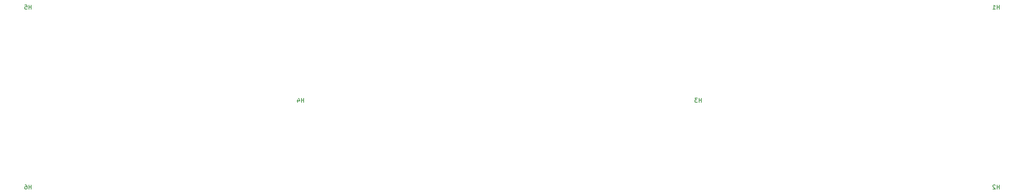
<source format=gbo>
%TF.GenerationSoftware,KiCad,Pcbnew,(5.1.12)-1*%
%TF.CreationDate,2022-01-19T18:50:49-06:00*%
%TF.ProjectId,bottom,626f7474-6f6d-42e6-9b69-6361645f7063,rev?*%
%TF.SameCoordinates,Original*%
%TF.FileFunction,Legend,Bot*%
%TF.FilePolarity,Positive*%
%FSLAX46Y46*%
G04 Gerber Fmt 4.6, Leading zero omitted, Abs format (unit mm)*
G04 Created by KiCad (PCBNEW (5.1.12)-1) date 2022-01-19 18:50:49*
%MOMM*%
%LPD*%
G01*
G04 APERTURE LIST*
%ADD10C,0.150000*%
%ADD11C,4.400000*%
G04 APERTURE END LIST*
%TO.C,H6*%
D10*
X92963904Y-142336380D02*
X92963904Y-141336380D01*
X92963904Y-141812571D02*
X92392476Y-141812571D01*
X92392476Y-142336380D02*
X92392476Y-141336380D01*
X91487714Y-141336380D02*
X91678190Y-141336380D01*
X91773428Y-141384000D01*
X91821047Y-141431619D01*
X91916285Y-141574476D01*
X91963904Y-141764952D01*
X91963904Y-142145904D01*
X91916285Y-142241142D01*
X91868666Y-142288761D01*
X91773428Y-142336380D01*
X91582952Y-142336380D01*
X91487714Y-142288761D01*
X91440095Y-142241142D01*
X91392476Y-142145904D01*
X91392476Y-141907809D01*
X91440095Y-141812571D01*
X91487714Y-141764952D01*
X91582952Y-141717333D01*
X91773428Y-141717333D01*
X91868666Y-141764952D01*
X91916285Y-141812571D01*
X91963904Y-141907809D01*
%TO.C,H5*%
X92963904Y-99156380D02*
X92963904Y-98156380D01*
X92963904Y-98632571D02*
X92392476Y-98632571D01*
X92392476Y-99156380D02*
X92392476Y-98156380D01*
X91440095Y-98156380D02*
X91916285Y-98156380D01*
X91963904Y-98632571D01*
X91916285Y-98584952D01*
X91821047Y-98537333D01*
X91582952Y-98537333D01*
X91487714Y-98584952D01*
X91440095Y-98632571D01*
X91392476Y-98727809D01*
X91392476Y-98965904D01*
X91440095Y-99061142D01*
X91487714Y-99108761D01*
X91582952Y-99156380D01*
X91821047Y-99156380D01*
X91916285Y-99108761D01*
X91963904Y-99061142D01*
%TO.C,H3*%
X253491904Y-121508380D02*
X253491904Y-120508380D01*
X253491904Y-120984571D02*
X252920476Y-120984571D01*
X252920476Y-121508380D02*
X252920476Y-120508380D01*
X252539523Y-120508380D02*
X251920476Y-120508380D01*
X252253809Y-120889333D01*
X252110952Y-120889333D01*
X252015714Y-120936952D01*
X251968095Y-120984571D01*
X251920476Y-121079809D01*
X251920476Y-121317904D01*
X251968095Y-121413142D01*
X252015714Y-121460761D01*
X252110952Y-121508380D01*
X252396666Y-121508380D01*
X252491904Y-121460761D01*
X252539523Y-121413142D01*
%TO.C,H4*%
X158241904Y-121508380D02*
X158241904Y-120508380D01*
X158241904Y-120984571D02*
X157670476Y-120984571D01*
X157670476Y-121508380D02*
X157670476Y-120508380D01*
X156765714Y-120841714D02*
X156765714Y-121508380D01*
X157003809Y-120460761D02*
X157241904Y-121175047D01*
X156622857Y-121175047D01*
%TO.C,H2*%
X324865904Y-142336380D02*
X324865904Y-141336380D01*
X324865904Y-141812571D02*
X324294476Y-141812571D01*
X324294476Y-142336380D02*
X324294476Y-141336380D01*
X323865904Y-141431619D02*
X323818285Y-141384000D01*
X323723047Y-141336380D01*
X323484952Y-141336380D01*
X323389714Y-141384000D01*
X323342095Y-141431619D01*
X323294476Y-141526857D01*
X323294476Y-141622095D01*
X323342095Y-141764952D01*
X323913523Y-142336380D01*
X323294476Y-142336380D01*
%TO.C,H1*%
X324865904Y-99156380D02*
X324865904Y-98156380D01*
X324865904Y-98632571D02*
X324294476Y-98632571D01*
X324294476Y-99156380D02*
X324294476Y-98156380D01*
X323294476Y-99156380D02*
X323865904Y-99156380D01*
X323580190Y-99156380D02*
X323580190Y-98156380D01*
X323675428Y-98299238D01*
X323770666Y-98394476D01*
X323865904Y-98442095D01*
%TD*%
%LPC*%
D11*
%TO.C,H6*%
X92202000Y-138684000D03*
%TD*%
%TO.C,H5*%
X92202000Y-95504000D03*
%TD*%
%TO.C,H3*%
X252730000Y-117856000D03*
%TD*%
%TO.C,H4*%
X157480000Y-117856000D03*
%TD*%
%TO.C,H2*%
X324104000Y-138684000D03*
%TD*%
%TO.C,H1*%
X324104000Y-95504000D03*
%TD*%
M02*

</source>
